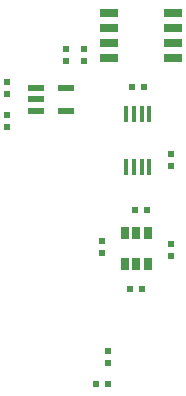
<source format=gtp>
G04*
G04 #@! TF.GenerationSoftware,Altium Limited,Altium Designer,24.2.2 (26)*
G04*
G04 Layer_Color=8421504*
%FSLAX44Y44*%
%MOMM*%
G71*
G04*
G04 #@! TF.SameCoordinates,A8C72FA6-E4A7-4B70-B5D1-2EACB2D35129*
G04*
G04*
G04 #@! TF.FilePolarity,Positive*
G04*
G01*
G75*
%ADD14R,1.4000X0.6000*%
%ADD15R,0.5000X0.6000*%
%ADD16R,1.5000X0.6500*%
%ADD17R,0.6000X0.5000*%
%ADD18R,0.4500X1.4250*%
%ADD19R,0.6500X1.0620*%
D14*
X-236220Y91390D02*
D03*
Y72390D02*
D03*
X-261220D02*
D03*
Y81890D02*
D03*
Y91390D02*
D03*
D15*
X-285750Y58500D02*
D03*
Y68500D02*
D03*
X-285750Y86360D02*
D03*
Y96360D02*
D03*
X-220980Y114380D02*
D03*
Y124380D02*
D03*
X-236220Y124380D02*
D03*
Y114380D02*
D03*
X-147320Y35480D02*
D03*
Y25480D02*
D03*
X-205740Y-38260D02*
D03*
Y-48260D02*
D03*
X-147320Y-50720D02*
D03*
Y-40720D02*
D03*
X-200660Y-130890D02*
D03*
Y-140890D02*
D03*
D16*
X-199720Y116840D02*
D03*
Y129540D02*
D03*
Y142240D02*
D03*
Y154940D02*
D03*
X-145720D02*
D03*
Y142240D02*
D03*
Y129540D02*
D03*
Y116840D02*
D03*
D17*
X-170260Y92710D02*
D03*
X-180260D02*
D03*
X-177720Y-11430D02*
D03*
X-167720D02*
D03*
X-171530Y-78740D02*
D03*
X-181530D02*
D03*
X-200820Y-158750D02*
D03*
X-210820D02*
D03*
D18*
X-165510Y24870D02*
D03*
X-172010D02*
D03*
X-178510D02*
D03*
X-185010D02*
D03*
Y69110D02*
D03*
X-178510D02*
D03*
X-172010D02*
D03*
X-165510D02*
D03*
D19*
X-167030Y-57890D02*
D03*
X-176530D02*
D03*
X-186030D02*
D03*
Y-31010D02*
D03*
X-176530D02*
D03*
X-167030D02*
D03*
M02*

</source>
